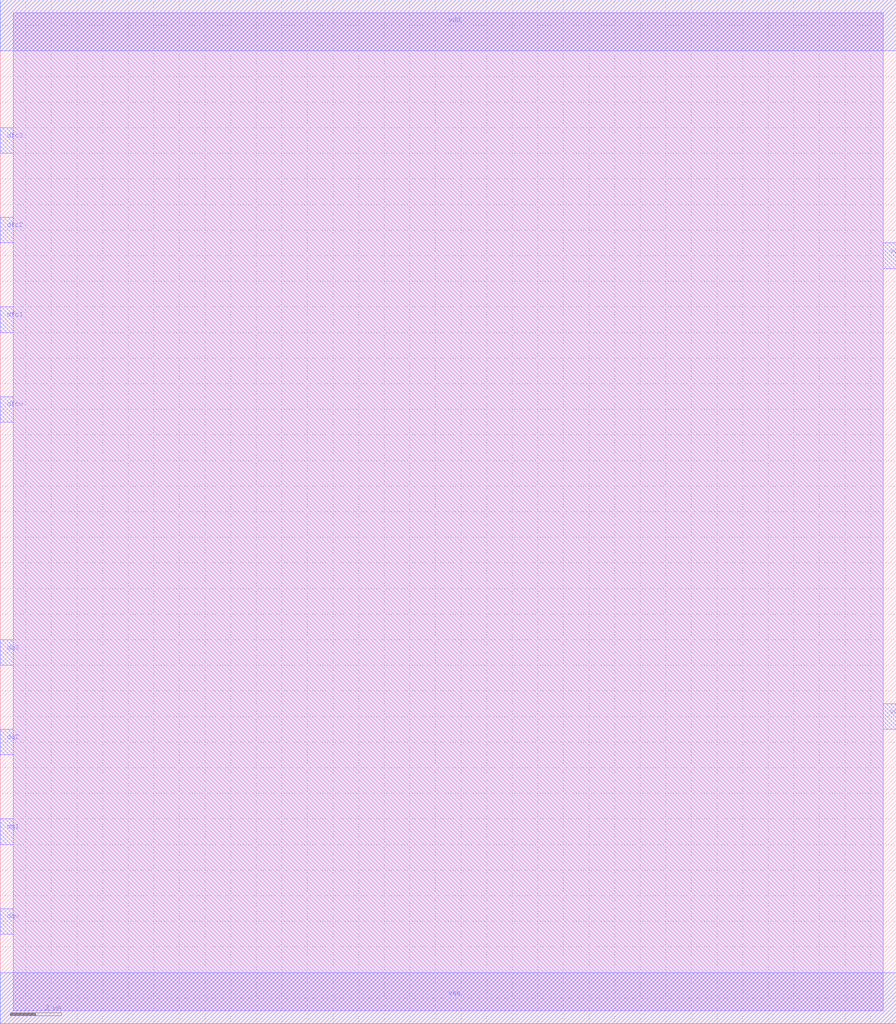
<source format=lef>
VERSION 5.7 ;
BUSBITCHARS "[]" ;
DIVIDERCHAR "/" ;

MACRO bias_dac_2ch
  CLASS BLOCK ;
  ORIGIN 0 0 ;
  FOREIGN bias_dac_2ch 0 0 ;
  SIZE 35.000 BY 40.000 ;
  SYMMETRY X Y ;

  PIN dfc0
    DIRECTION INPUT ;
    USE SIGNAL ;
    PORT
      LAYER Metal2 ;
        RECT 0.000 23.500 0.500 24.500 ;
    END
  END dfc0

  PIN dfc1
    DIRECTION INPUT ;
    USE SIGNAL ;
    PORT
      LAYER Metal2 ;
        RECT 0.000 27.000 0.500 28.000 ;
    END
  END dfc1

  PIN dfc2
    DIRECTION INPUT ;
    USE SIGNAL ;
    PORT
      LAYER Metal2 ;
        RECT 0.000 30.500 0.500 31.500 ;
    END
  END dfc2

  PIN dfc3
    DIRECTION INPUT ;
    USE SIGNAL ;
    PORT
      LAYER Metal2 ;
        RECT 0.000 34.000 0.500 35.000 ;
    END
  END dfc3

  PIN dq0
    DIRECTION INPUT ;
    USE SIGNAL ;
    PORT
      LAYER Metal2 ;
        RECT 0.000 3.500 0.500 4.500 ;
    END
  END dq0

  PIN dq1
    DIRECTION INPUT ;
    USE SIGNAL ;
    PORT
      LAYER Metal2 ;
        RECT 0.000 7.000 0.500 8.000 ;
    END
  END dq1

  PIN dq2
    DIRECTION INPUT ;
    USE SIGNAL ;
    PORT
      LAYER Metal2 ;
        RECT 0.000 10.500 0.500 11.500 ;
    END
  END dq2

  PIN dq3
    DIRECTION INPUT ;
    USE SIGNAL ;
    PORT
      LAYER Metal2 ;
        RECT 0.000 14.000 0.500 15.000 ;
    END
  END dq3

  PIN vout_fc
    DIRECTION OUTPUT ;
    USE SIGNAL ;
    PORT
      LAYER Metal2 ;
        RECT 34.500 29.500 35.000 30.500 ;
    END
  END vout_fc

  PIN vout_q
    DIRECTION OUTPUT ;
    USE SIGNAL ;
    PORT
      LAYER Metal2 ;
        RECT 34.500 11.500 35.000 12.500 ;
    END
  END vout_q

  PIN vdd
    DIRECTION INOUT ;
    USE POWER ;
    PORT
      LAYER Metal3 ;
        RECT 0.000 38.000 35.000 40.000 ;
    END
  END vdd

  PIN vss
    DIRECTION INOUT ;
    USE GROUND ;
    PORT
      LAYER Metal3 ;
        RECT 0.000 0.000 35.000 2.000 ;
    END
  END vss

  OBS
    LAYER Metal1 ;
      RECT 0.500 0.500 34.500 39.500 ;
    LAYER Metal2 ;
      RECT 0.500 0.500 34.500 39.500 ;
  END

END bias_dac_2ch

END LIBRARY

</source>
